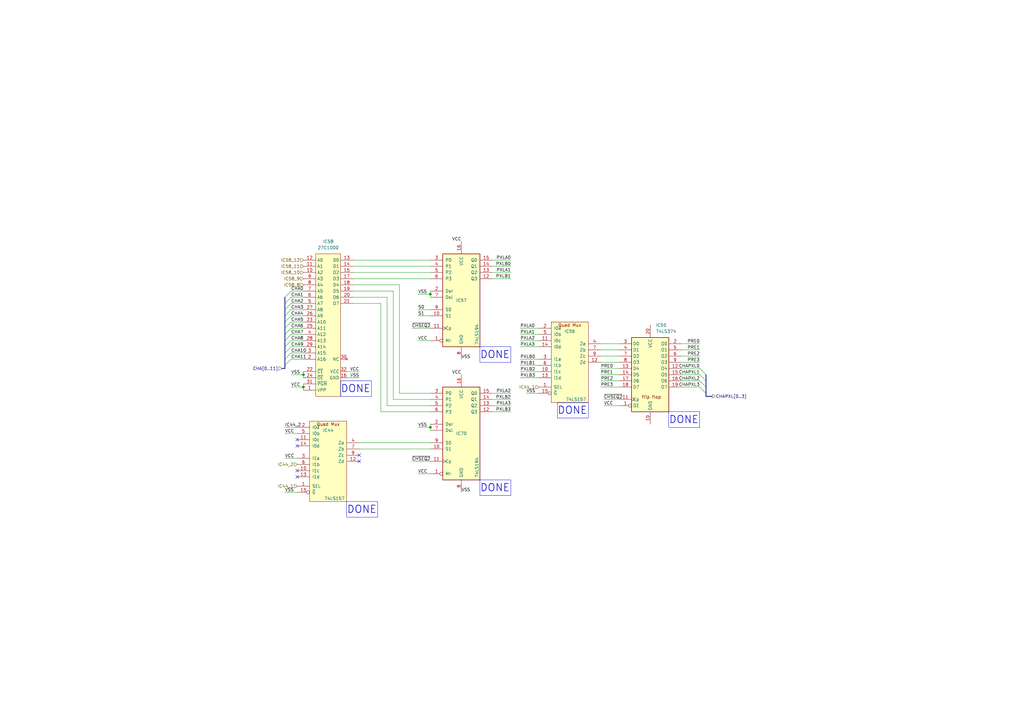
<source format=kicad_sch>
(kicad_sch (version 20231120) (generator "eeschema") (generator_version "8.0")
  (paper "A3")
  (title_block (company "JOTEGO"))
  (lib_symbols
    (symbol "74xx:74LS194" (pin_names (offset 1.016))
      (property "Reference" "U" (at -7.62 19.05 0))
      (property "Value" "74LS194" (at -7.62 -21.59 0))
      (symbol "74LS194_1_0"
        (pin input inverted (at -12.7 -17.78 0) (length 5.08) (name "Mr") (number "1"))
        (pin input line (at -12.7 -7.62 0) (length 5.08) (name "S1") (number "10"))
        (pin input clock (at -12.7 -12.7 0) (length 5.08) (name "Cp") (number "11"))
        (pin output line (at 12.7 7.62 180) (length 5.08) (name "Q3") (number "12"))
        (pin output line (at 12.7 10.16 180) (length 5.08) (name "Q2") (number "13"))
        (pin output line (at 12.7 12.7 180) (length 5.08) (name "Q1") (number "14"))
        (pin output line (at 12.7 15.24 180) (length 5.08) (name "Q0") (number "15"))
        (pin power_in line (at 0 22.86 270) (length 5.08) (name "VCC") (number "16"))
        (pin input line (at -12.7 2.54 0) (length 5.08) (name "Dsr") (number "2"))
        (pin input line (at -12.7 15.24 0) (length 5.08) (name "P0") (number "3"))
        (pin input line (at -12.7 12.7 0) (length 5.08) (name "P1") (number "4"))
        (pin input line (at -12.7 10.16 0) (length 5.08) (name "P2") (number "5"))
        (pin input line (at -12.7 7.62 0) (length 5.08) (name "P3") (number "6"))
        (pin input line (at -12.7 0 0) (length 5.08) (name "Dsl") (number "7"))
        (pin power_in line (at 0 -25.4 90) (length 5.08) (name "GND") (number "8"))
        (pin input line (at -12.7 -5.08 0) (length 5.08) (name "S0") (number "9"))
      )
      (symbol "74LS194_1_1"
        (rectangle (start -7.62 17.78) (end 7.62 -20.32) (stroke (width 0.254)) (fill (type background)))
      )
    )
    (symbol "jt74:74LS157" (pin_names (offset 1.016))
      (property "Reference" "U" (at 5.08 16.51 0))
      (property "Value" "74LS157" (at 0 -16.51 0))
      (symbol "74LS157_0_0"
        (text "Quad Mux" (at 0 13.97 0) (effects (font (size 1.27 1.27))))
      )
      (symbol "74LS157_1_0"
        (pin input line (at -12.7 -11.43 0) (length 5.08) (name "SEL") (number "1"))
        (pin input line (at -12.7 -5.08 0) (length 5.08) (name "I1c") (number "10"))
        (pin input line (at -12.7 7.62 0) (length 5.08) (name "I0c") (number "11"))
        (pin output line (at 12.7 -1.27 180) (length 5.08) (name "Zd") (number "12"))
        (pin input line (at -12.7 -7.62 0) (length 5.08) (name "I1d") (number "13"))
        (pin input line (at -12.7 5.08 0) (length 5.08) (name "I0d") (number "14"))
        (pin input inverted (at -12.7 -13.97 0) (length 5.08) (name "~{G}") (number "15"))
        (pin input line (at -12.7 12.7 0) (length 5.08) (name "I0a") (number "2"))
        (pin input line (at -12.7 0 0) (length 5.08) (name "I1a") (number "3"))
        (pin output line (at 12.7 6.35 180) (length 5.08) (name "Za") (number "4"))
        (pin input line (at -12.7 10.16 0) (length 5.08) (name "I0b") (number "5"))
        (pin input line (at -12.7 -2.54 0) (length 5.08) (name "I1b") (number "6"))
        (pin output line (at 12.7 3.81 180) (length 5.08) (name "Zb") (number "7"))
        (pin output line (at 12.7 1.27 180) (length 5.08) (name "Zc") (number "9"))
      )
      (symbol "74LS157_1_1"
        (rectangle (start -7.62 15.24) (end 7.62 -17.78) (fill (type background)))
      )
    )
    (symbol "jt74:74LS273"
      (property "Reference" "IC55" (at 2.1941 20.32 0))
      (property "Value" "74LS374" (at 2.1941 17.78 0))
      (symbol "74LS273_1_0"
        (pin input inverted (at -12.7 -12.7 0) (length 5.08) (name "OE") (number "1"))
        (pin power_in line (at 0 -20.32 90) (length 5.08) (name "GND") (number "10"))
        (pin input clock (at -12.7 -10.16 0) (length 5.08) (name "Cp") (number "11"))
        (pin tri_state line (at 12.7 2.54 180) (length 5.08) (name "O4") (number "12"))
        (pin input line (at -12.7 2.54 0) (length 5.08) (name "D4") (number "13"))
        (pin input line (at -12.7 0 0) (length 5.08) (name "D5") (number "14"))
        (pin tri_state line (at 12.7 0 180) (length 5.08) (name "O5") (number "15"))
        (pin tri_state line (at 12.7 -2.54 180) (length 5.08) (name "O6") (number "16"))
        (pin input line (at -12.7 -2.54 0) (length 5.08) (name "D6") (number "17"))
        (pin input line (at -12.7 -5.08 0) (length 5.08) (name "D7") (number "18"))
        (pin tri_state line (at 12.7 -5.08 180) (length 5.08) (name "O7") (number "19"))
        (pin tri_state line (at 12.7 12.7 180) (length 5.08) (name "O0") (number "2"))
        (pin power_in line (at 0 20.32 270) (length 5.08) (name "VCC") (number "20"))
        (pin input line (at -12.7 12.7 0) (length 5.08) (name "D0") (number "3"))
        (pin input line (at -12.7 10.16 0) (length 5.08) (name "D1") (number "4"))
        (pin tri_state line (at 12.7 10.16 180) (length 5.08) (name "O1") (number "5"))
        (pin tri_state line (at 12.7 7.62 180) (length 5.08) (name "O2") (number "6"))
        (pin input line (at -12.7 7.62 0) (length 5.08) (name "D2") (number "7"))
        (pin input line (at -12.7 5.08 0) (length 5.08) (name "D3") (number "8"))
        (pin tri_state line (at 12.7 5.08 180) (length 5.08) (name "O3") (number "9"))
      )
      (symbol "74LS273_1_1"
        (rectangle (start -7.62 15.24) (end 7.62 -15.24) (stroke (width 0.254)) (fill (type background)))
        (text "flip flop\n" (at 0.508 -9.144 0) (effects (font (size 1.27 1.27))))
      )
    )
    (symbol "jt_rom:27C1000"
      (property "Reference" "U" (at 0 33.02 0))
      (property "Value" "27C1000" (at 0 30.48 0))
      (symbol "27C1000_1_0"
        (pin no_connect line (at 7.62 -13.97 180) (length 2.54) (name "NC") (number "30"))
      )
      (symbol "27C1000_1_1"
        (rectangle (start -5.08 29.21) (end 5.08 -29.21) (fill (type background)))
        (pin input line (at -10.16 -26.67 0) (length 5.08) (name "VPP") (number "1"))
        (pin input line (at -10.16 21.59 0) (length 5.08) (name "A2") (number "10"))
        (pin input line (at -10.16 24.13 0) (length 5.08) (name "A1") (number "11"))
        (pin input line (at -10.16 26.67 0) (length 5.08) (name "A0") (number "12"))
        (pin tri_state line (at 10.16 26.67 180) (length 5.08) (name "D0") (number "13"))
        (pin tri_state line (at 10.16 24.13 180) (length 5.08) (name "D1") (number "14"))
        (pin tri_state line (at 10.16 21.59 180) (length 5.08) (name "D2") (number "15"))
        (pin power_in line (at 7.62 -21.59 180) (length 2.54) (name "GND") (number "16"))
        (pin tri_state line (at 10.16 19.05 180) (length 5.08) (name "D3") (number "17"))
        (pin tri_state line (at 10.16 16.51 180) (length 5.08) (name "D4") (number "18"))
        (pin tri_state line (at 10.16 13.97 180) (length 5.08) (name "D5") (number "19"))
        (pin input line (at -10.16 -13.97 0) (length 5.08) (name "A16") (number "2"))
        (pin tri_state line (at 10.16 11.43 180) (length 5.08) (name "D6") (number "20"))
        (pin tri_state line (at 10.16 8.89 180) (length 5.08) (name "D7") (number "21"))
        (pin input line (at -10.16 -19.05 0) (length 5.08) (name "~{CE}") (number "22"))
        (pin input line (at -10.16 1.27 0) (length 5.08) (name "A10") (number "23"))
        (pin input line (at -10.16 -21.59 0) (length 5.08) (name "~{OE}") (number "24"))
        (pin input line (at -10.16 -1.27 0) (length 5.08) (name "A11") (number "25"))
        (pin input line (at -10.16 3.81 0) (length 5.08) (name "A9") (number "26"))
        (pin input line (at -10.16 6.35 0) (length 5.08) (name "A8") (number "27"))
        (pin input line (at -10.16 -6.35 0) (length 5.08) (name "A13") (number "28"))
        (pin input line (at -10.16 -8.89 0) (length 5.08) (name "A14") (number "29"))
        (pin input line (at -10.16 -11.43 0) (length 5.08) (name "A15") (number "3"))
        (pin input line (at -10.16 -24.13 0) (length 5.08) (name "~{PGM}") (number "31"))
        (pin power_in line (at 7.62 -19.05 180) (length 2.54) (name "VCC") (number "32"))
        (pin input line (at -10.16 -3.81 0) (length 5.08) (name "A12") (number "4"))
        (pin input line (at -10.16 8.89 0) (length 5.08) (name "A7") (number "5"))
        (pin input line (at -10.16 11.43 0) (length 5.08) (name "A6") (number "6"))
        (pin input line (at -10.16 13.97 0) (length 5.08) (name "A5") (number "7"))
        (pin input line (at -10.16 16.51 0) (length 5.08) (name "A4") (number "8"))
        (pin input line (at -10.16 19.05 0) (length 5.08) (name "A3") (number "9"))
      )
    )
  )
  (junction (at 176.53 120.65))
  (junction (at 124.46 153.67))
  (junction (at 176.53 175.26))
  (junction (at 124.46 158.75))
  (no_connect (at 121.92 195.58))
  (no_connect (at 147.32 186.69))
  (no_connect (at 121.92 180.34))
  (no_connect (at 121.92 193.04))
  (no_connect (at 147.32 189.23))
  (no_connect (at 121.92 182.88))
  (bus_entry (at 116.84 142.24) (size 2.54 -2.54))
  (bus_entry (at 287.02 156.21) (size 2.54 2.54))
  (bus_entry (at 116.84 134.62) (size 2.54 -2.54))
  (bus_entry (at 116.84 124.46) (size 2.54 -2.54))
  (bus_entry (at 116.84 121.92) (size 2.54 -2.54))
  (bus_entry (at 116.84 147.32) (size 2.54 -2.54))
  (bus_entry (at 116.84 144.78) (size 2.54 -2.54))
  (bus_entry (at 116.84 139.7) (size 2.54 -2.54))
  (bus_entry (at 116.84 137.16) (size 2.54 -2.54))
  (bus_entry (at 116.84 127) (size 2.54 -2.54))
  (bus_entry (at 287.02 158.75) (size 2.54 2.54))
  (bus_entry (at 116.84 129.54) (size 2.54 -2.54))
  (bus_entry (at 116.84 132.08) (size 2.54 -2.54))
  (bus_entry (at 287.02 151.13) (size 2.54 2.54))
  (bus_entry (at 116.84 149.86) (size 2.54 -2.54))
  (bus_entry (at 287.02 153.67) (size 2.54 2.54))
  (bus (pts (xy 289.56 158.75) (xy 289.56 161.29)))
  (wire (pts (xy 220.98 134.62) (xy 213.36 134.62)))
  (wire (pts (xy 246.38 140.97) (xy 254 140.97)))
  (bus (pts (xy 116.84 137.16) (xy 116.84 139.7)))
  (wire (pts (xy 171.45 194.31) (xy 176.53 194.31)))
  (wire (pts (xy 176.53 120.65) (xy 176.53 121.92)))
  (wire (pts (xy 144.78 111.76) (xy 176.53 111.76)))
  (wire (pts (xy 144.78 114.3) (xy 176.53 114.3)))
  (wire (pts (xy 163.83 161.29) (xy 176.53 161.29)))
  (wire (pts (xy 147.32 152.4) (xy 142.24 152.4)))
  (wire (pts (xy 168.91 134.62) (xy 176.53 134.62)))
  (wire (pts (xy 119.38 139.7) (xy 124.46 139.7)))
  (wire (pts (xy 279.4 153.67) (xy 287.02 153.67)))
  (wire (pts (xy 144.78 119.38) (xy 161.29 119.38)))
  (wire (pts (xy 161.29 119.38) (xy 161.29 163.83)))
  (wire (pts (xy 220.98 147.32) (xy 213.36 147.32)))
  (bus (pts (xy 116.84 127) (xy 116.84 129.54)))
  (wire (pts (xy 156.21 168.91) (xy 176.53 168.91)))
  (wire (pts (xy 119.38 119.38) (xy 124.46 119.38)))
  (bus (pts (xy 116.84 147.32) (xy 116.84 149.86)))
  (wire (pts (xy 119.38 144.78) (xy 124.46 144.78)))
  (wire (pts (xy 119.38 127) (xy 124.46 127)))
  (wire (pts (xy 124.46 152.4) (xy 124.46 153.67)))
  (bus (pts (xy 116.84 142.24) (xy 116.84 144.78)))
  (wire (pts (xy 144.78 106.68) (xy 176.53 106.68)))
  (wire (pts (xy 147.32 154.94) (xy 142.24 154.94)))
  (wire (pts (xy 147.32 184.15) (xy 176.53 184.15)))
  (bus (pts (xy 116.84 132.08) (xy 116.84 134.62)))
  (wire (pts (xy 147.32 181.61) (xy 176.53 181.61)))
  (wire (pts (xy 246.38 156.21) (xy 254 156.21)))
  (wire (pts (xy 124.46 158.75) (xy 124.46 160.02)))
  (wire (pts (xy 220.98 154.94) (xy 213.36 154.94)))
  (wire (pts (xy 119.38 147.32) (xy 124.46 147.32)))
  (wire (pts (xy 247.65 163.83) (xy 254 163.83)))
  (wire (pts (xy 220.98 149.86) (xy 213.36 149.86)))
  (wire (pts (xy 144.78 116.84) (xy 163.83 116.84)))
  (wire (pts (xy 176.53 175.26) (xy 176.53 176.53)))
  (wire (pts (xy 246.38 151.13) (xy 254 151.13)))
  (wire (pts (xy 116.84 177.8) (xy 121.92 177.8)))
  (wire (pts (xy 279.4 151.13) (xy 287.02 151.13)))
  (wire (pts (xy 247.65 166.37) (xy 254 166.37)))
  (wire (pts (xy 171.45 175.26) (xy 176.53 175.26)))
  (wire (pts (xy 119.38 129.54) (xy 124.46 129.54)))
  (wire (pts (xy 144.78 121.92) (xy 158.75 121.92)))
  (wire (pts (xy 119.38 137.16) (xy 124.46 137.16)))
  (wire (pts (xy 176.53 173.99) (xy 176.53 175.26)))
  (wire (pts (xy 201.93 168.91) (xy 209.55 168.91)))
  (bus (pts (xy 116.84 144.78) (xy 116.84 147.32)))
  (wire (pts (xy 246.38 158.75) (xy 254 158.75)))
  (bus (pts (xy 116.84 134.62) (xy 116.84 137.16)))
  (bus (pts (xy 289.56 162.56) (xy 292.1 162.56)))
  (wire (pts (xy 246.38 143.51) (xy 254 143.51)))
  (wire (pts (xy 246.38 146.05) (xy 254 146.05)))
  (wire (pts (xy 201.93 161.29) (xy 209.55 161.29)))
  (wire (pts (xy 119.38 142.24) (xy 124.46 142.24)))
  (wire (pts (xy 163.83 161.29) (xy 163.83 116.84)))
  (wire (pts (xy 119.38 158.75) (xy 124.46 158.75)))
  (bus (pts (xy 116.84 139.7) (xy 116.84 142.24)))
  (wire (pts (xy 124.46 153.67) (xy 124.46 154.94)))
  (wire (pts (xy 121.92 187.96) (xy 116.84 187.96)))
  (wire (pts (xy 119.38 134.62) (xy 124.46 134.62)))
  (bus (pts (xy 289.56 161.29) (xy 289.56 162.56)))
  (wire (pts (xy 171.45 139.7) (xy 176.53 139.7)))
  (wire (pts (xy 119.38 124.46) (xy 124.46 124.46)))
  (wire (pts (xy 246.38 148.59) (xy 254 148.59)))
  (wire (pts (xy 144.78 109.22) (xy 176.53 109.22)))
  (wire (pts (xy 156.21 124.46) (xy 156.21 168.91)))
  (wire (pts (xy 171.45 129.54) (xy 176.53 129.54)))
  (wire (pts (xy 168.91 189.23) (xy 176.53 189.23)))
  (wire (pts (xy 201.93 114.3) (xy 209.55 114.3)))
  (wire (pts (xy 220.98 139.7) (xy 213.36 139.7)))
  (bus (pts (xy 289.56 153.67) (xy 289.56 156.21)))
  (wire (pts (xy 171.45 127) (xy 176.53 127)))
  (bus (pts (xy 116.84 124.46) (xy 116.84 127)))
  (wire (pts (xy 116.84 201.93) (xy 121.92 201.93)))
  (wire (pts (xy 287.02 146.05) (xy 279.4 146.05)))
  (wire (pts (xy 124.46 157.48) (xy 124.46 158.75)))
  (wire (pts (xy 116.84 175.26) (xy 121.92 175.26)))
  (wire (pts (xy 201.93 109.22) (xy 209.55 109.22)))
  (bus (pts (xy 116.84 121.92) (xy 116.84 124.46)))
  (wire (pts (xy 176.53 120.65) (xy 176.53 119.38)))
  (wire (pts (xy 220.98 137.16) (xy 213.36 137.16)))
  (bus (pts (xy 116.84 149.86) (xy 116.84 151.13)))
  (wire (pts (xy 119.38 132.08) (xy 124.46 132.08)))
  (wire (pts (xy 158.75 121.92) (xy 158.75 166.37)))
  (wire (pts (xy 171.45 120.65) (xy 176.53 120.65)))
  (wire (pts (xy 287.02 140.97) (xy 279.4 140.97)))
  (wire (pts (xy 201.93 111.76) (xy 209.55 111.76)))
  (wire (pts (xy 287.02 148.59) (xy 279.4 148.59)))
  (wire (pts (xy 246.38 153.67) (xy 254 153.67)))
  (wire (pts (xy 220.98 142.24) (xy 213.36 142.24)))
  (wire (pts (xy 201.93 166.37) (xy 209.55 166.37)))
  (wire (pts (xy 220.98 152.4) (xy 213.36 152.4)))
  (wire (pts (xy 161.29 163.83) (xy 176.53 163.83)))
  (wire (pts (xy 201.93 106.68) (xy 209.55 106.68)))
  (wire (pts (xy 144.78 124.46) (xy 156.21 124.46)))
  (wire (pts (xy 279.4 156.21) (xy 287.02 156.21)))
  (bus (pts (xy 115.57 151.13) (xy 116.84 151.13)))
  (wire (pts (xy 119.38 121.92) (xy 124.46 121.92)))
  (wire (pts (xy 287.02 143.51) (xy 279.4 143.51)))
  (wire (pts (xy 201.93 163.83) (xy 209.55 163.83)))
  (bus (pts (xy 116.84 129.54) (xy 116.84 132.08)))
  (bus (pts (xy 289.56 156.21) (xy 289.56 158.75)))
  (wire (pts (xy 158.75 166.37) (xy 176.53 166.37)))
  (wire (pts (xy 119.38 153.67) (xy 124.46 153.67)))
  (wire (pts (xy 279.4 158.75) (xy 287.02 158.75)))
  (wire (pts (xy 215.9 161.29) (xy 220.98 161.29)))
  (rectangle (start 139.7 156.21) (end 152.4 162.56) (fill (type color) (color 255 255 255 1)))
  (rectangle (start 196.85 142.24) (end 209.55 148.59) (fill (type color) (color 255 255 255 1)))
  (rectangle (start 196.85 196.85) (end 209.55 203.2) (fill (type color) (color 255 255 255 1)))
  (rectangle (start 228.6 165.1) (end 241.3 171.45) (fill (type color) (color 255 255 255 1)))
  (rectangle (start 274.32 168.91) (end 287.02 175.26) (fill (type color) (color 255 255 255 1)))
  (rectangle (start 142.24 205.74) (end 154.94 212.09) (fill (type color) (color 255 255 255 1)))
  (text "DONE" (at 196.85 201.93 0) (effects (font (size 3 3) (thickness 0.254) (bold yes)) (justify left bottom)))
  (text "DONE" (at 228.6 170.18 0) (effects (font (size 3 3) (thickness 0.254) (bold yes)) (justify left bottom)))
  (text "DONE" (at 274.32 173.99 0) (effects (font (size 3 3) (thickness 0.254) (bold yes)) (justify left bottom)))
  (text "DONE" (at 142.24 210.82 0) (effects (font (size 3 3) (thickness 0.254) (bold yes)) (justify left bottom)))
  (text "DONE" (at 196.85 147.32 0) (effects (font (size 3 3) (thickness 0.254) (bold yes)) (justify left bottom)))
  (text "DONE" (at 139.7 161.29 0) (effects (font (size 3 3) (thickness 0.254) (bold yes)) (justify left bottom)))
  (label "PRE3" (at 287.02 148.59 180))
  (label "CHAPXL3" (at 287.02 158.75 180))
  (label "PXLB1" (at 213.36 149.86 0))
  (label "VSS" (at 119.38 153.67 0))
  (label "~{CHSEQ2}" (at 247.65 163.83 0))
  (label "PRE2" (at 287.02 146.05 180))
  (label "PXLA1" (at 213.36 137.16 0))
  (label "CHAPXL1" (at 287.02 153.67 180))
  (label "CHA3" (at 119.38 127 0))
  (label "PXLB1" (at 209.55 114.3 180))
  (label "CHA6" (at 119.38 134.62 0))
  (label "PRE1" (at 246.38 153.67 0))
  (label "PRE3" (at 246.38 158.75 0))
  (label "CHA7" (at 119.38 137.16 0))
  (label "VSS" (at 189.23 201.93 0))
  (label "PXLA2" (at 213.36 139.7 0))
  (label "VCC" (at 116.84 187.96 0))
  (label "PRE2" (at 246.38 156.21 0))
  (label "VSS" (at 215.9 161.29 0))
  (label "VCC" (at 189.23 99.06 180))
  (label "PXLA1" (at 209.55 111.76 180))
  (label "PRE0" (at 287.02 140.97 180))
  (label "PXLA3" (at 209.55 166.37 180))
  (label "PXLB0" (at 213.36 147.32 0))
  (label "PRE1" (at 287.02 143.51 180))
  (label "~{CHSEQ2}" (at 168.91 189.23 0))
  (label "CHA11" (at 119.38 147.32 0))
  (label "VSS" (at 189.23 147.32 0))
  (label "CHA10" (at 119.38 144.78 0))
  (label "PXLA3" (at 213.36 142.24 0))
  (label "VSS" (at 171.45 120.65 0))
  (label "CHA2" (at 119.38 124.46 0))
  (label "PXLA2" (at 209.55 161.29 180))
  (label "CHA1" (at 119.38 121.92 0))
  (label "IC44_2" (at 116.84 175.26 0))
  (label "VCC" (at 247.65 166.37 0))
  (label "PRE0" (at 246.38 151.13 0))
  (label "VSS" (at 116.84 201.93 0))
  (label "CHAPXL2" (at 287.02 156.21 180))
  (label "PXLA0" (at 209.55 106.68 180))
  (label "VCC" (at 119.38 158.75 0))
  (label "S0" (at 171.45 127 0))
  (label "S1" (at 171.45 129.54 0))
  (label "CHA4" (at 119.38 129.54 0))
  (label "VCC" (at 171.45 139.7 0))
  (label "PXLB2" (at 209.55 163.83 180))
  (label "VCC" (at 189.23 153.67 180))
  (label "VSS" (at 171.45 175.26 0))
  (label "~{CHSEQ2}" (at 168.91 134.62 0))
  (label "CHA0" (at 119.38 119.38 0))
  (label "VCC" (at 171.45 194.31 0))
  (label "CHA8" (at 119.38 139.7 0))
  (label "PXLA0" (at 213.36 134.62 0))
  (label "VCC" (at 147.32 152.4 180))
  (label "PXLB3" (at 213.36 154.94 0))
  (label "CHAPXL0" (at 287.02 151.13 180))
  (label "VSS" (at 147.32 154.94 180))
  (label "VCC" (at 116.84 177.8 0))
  (label "CHA9" (at 119.38 142.24 0))
  (label "PXLB0" (at 209.55 109.22 180))
  (label "CHA5" (at 119.38 132.08 0))
  (label "PXLB2" (at 213.36 152.4 0))
  (label "PXLB3" (at 209.55 168.91 180))
  (hierarchical_label "IC44_1" (shape input) (at 121.92 199.39 180))
  (hierarchical_label "IC44_2" (shape input) (at 121.92 190.5 180))
  (hierarchical_label "IC58_9" (shape input) (at 124.46 114.3 180))
  (hierarchical_label "CHA[0..11]" (shape input) (at 115.57 151.13 180))
  (hierarchical_label "IC58_12" (shape input) (at 124.46 106.68 180))
  (hierarchical_label "CHAPXL[0..3]" (shape output) (at 292.1 162.56 0))
  (hierarchical_label "IC58_10" (shape input) (at 124.46 111.76 180))
  (hierarchical_label "IC58_11" (shape input) (at 124.46 109.22 180))
  (hierarchical_label "IC58_8" (shape input) (at 124.46 116.84 180))
  (hierarchical_label "IC44_1" (shape input) (at 220.98 158.75 180))
  (symbol (lib_id "jt74:74LS157") (at 233.68 147.32 0) (unit 1)
    (property "Reference" "IC56" (at 233.68 135.89 0))
    (property "Value" "74LS157" (at 236.22 163.83 0))
    (property "Datasheet" "https://www.alldatasheet.com/datasheet-pdf/pdf/27402/TI/74LS157.html" (effects (hide yes)))
    (property "Description" "Quad 2 to 1 line Multiplexer" (effects (hide yes)))
  )
  (symbol (lib_id "74xx:74LS194") (at 189.23 176.53 0) (unit 1)
    (property "Reference" "IC70" (at 189.23 177.8 0))
    (property "Value" "74LS194" (at 195.58 191.77 90))
    (property "Datasheet" "http://www.ti.com/lit/gpn/sn74LS194" (effects (hide yes)))
    (property "Description" "Shift Register 4-bit Bidirectional" (effects (hide yes)))
  )
  (symbol (lib_id "jt74:74LS273") (at 266.7 153.67 0) (unit 1)
    (property "Reference" "IC55" (at 268.8941 133.35 0) (effects (justify left)))
    (property "Value" "74LS374" (at 268.8941 135.89 0) (effects (justify left)))
    (property "Datasheet" "http://www.ti.com/lit/gpn/sn74LS374" (effects (hide yes)))
    (property "Description" "8-bit Register, 3-state outputs" (effects (hide yes)))
  )
  (symbol (lib_id "jt74:74LS157") (at 134.62 187.96 0) (unit 1)
    (property "Reference" "IC44" (at 134.62 176.53 0))
    (property "Value" "74LS157" (at 137.16 204.47 0))
    (property "Datasheet" "https://www.alldatasheet.com/datasheet-pdf/pdf/27402/TI/74LS157.html" (effects (hide yes)))
    (property "Description" "Quad 2 to 1 line Multiplexer" (effects (hide yes)))
  )
  (symbol (lib_id "74xx:74LS194") (at 189.23 121.92 0) (unit 1)
    (property "Reference" "IC57" (at 189.23 123.19 0))
    (property "Value" "74LS194" (at 195.58 137.16 90))
    (property "Datasheet" "http://www.ti.com/lit/gpn/sn74LS194" (effects (hide yes)))
    (property "Description" "Shift Register 4-bit Bidirectional" (effects (hide yes)))
  )
  (symbol (lib_id "jt_rom:27C1000") (at 134.62 133.35 0) (unit 1)
    (property "Reference" "IC58" (at 134.62 99.06 0))
    (property "Value" "27C1000" (at 134.62 101.6 0))
    (property "Datasheet" "http://www.bitsavers.org/components/macronix/1993_Macronix_Memory_Data_Book.pdf" (effects (hide yes)))
    (property "Description" "EPROM 1Mbit (128k x 8bit) JEDEC pin out" (effects (hide yes)))
  )
)
</source>
